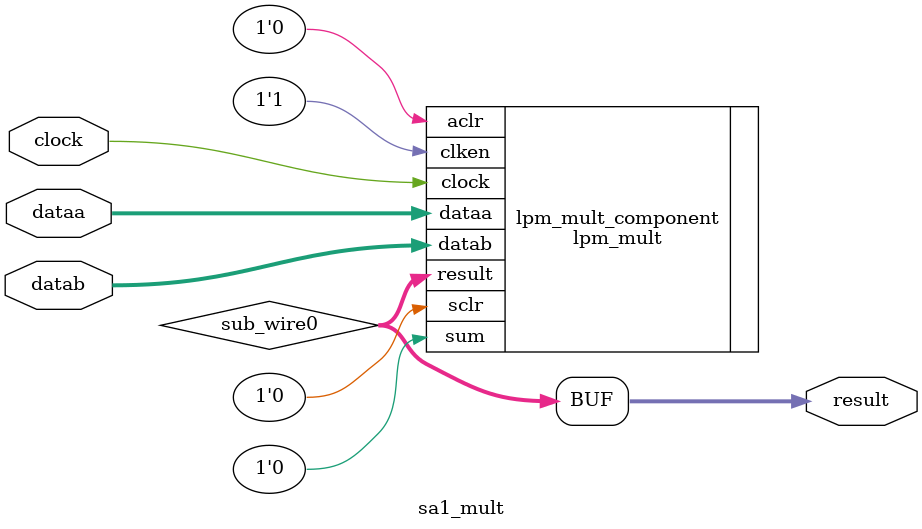
<source format=v>
module sa1_mult (
	clock,
	dataa,
	datab,
	result);
	input	  clock;
	input	[15:0]  dataa;
	input	[15:0]  datab;
	output	[31:0]  result;
	wire [31:0] sub_wire0;
	wire [31:0] result = sub_wire0[31:0];
	lpm_mult	lpm_mult_component (
				.clock (clock),
				.dataa (dataa),
				.datab (datab),
				.result (sub_wire0),
				.aclr (1'b0),
				.clken (1'b1),
				.sclr (1'b0),
				.sum (1'b0));
	defparam
		lpm_mult_component.lpm_hint = "MAXIMIZE_SPEED=5",
		lpm_mult_component.lpm_pipeline = 1,
		lpm_mult_component.lpm_representation = "SIGNED",
		lpm_mult_component.lpm_type = "LPM_MULT",
		lpm_mult_component.lpm_widtha = 16,
		lpm_mult_component.lpm_widthb = 16,
		lpm_mult_component.lpm_widthp = 32;
endmodule
</source>
